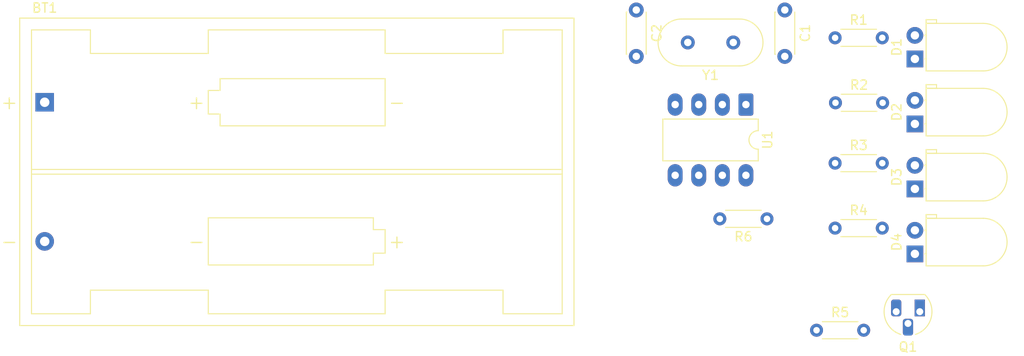
<source format=kicad_pcb>
(kicad_pcb (version 20241229) (generator "pcbnew") (generator_version "9.0")
  (layers (0 "F.Cu" signal) (2 "B.Cu" signal) (13 "F.Paste" user) (15 "B.Paste" user) (5 "F.SilkS" user "F.Silkscreen") (7 "B.SilkS" user "B.Silkscreen") (1 "F.Mask" user) (3 "B.Mask" user) (25 "Edge.Cuts" user))
  (net 0 "")
  (net 1 "Net-(BT1-+)")
  (net 2 "GND")
  (net 3 "Net-(U1-GP5)")
  (net 4 "Net-(U1-GP4)")
  (net 5 "Net-(D1-K)")
  (net 6 "Net-(D1-A)")
  (net 7 "Net-(D2-A)")
  (net 8 "Net-(D3-A)")
  (net 9 "Net-(D4-A)")
  (net 10 "Net-(Q1-B)")
  (net 11 "Net-(U1-GP0)")
  (footprint "Battery:BatteryHolder_Keystone_2462_2xAA" (layer "F.Cu") (at 82.27 68.94)
    (property "Reference" "BT1" (at 0 -10.16 180) (layer "F.SilkS"))
    (property "Value" "Battery")
    (fp_line (start -2.69 -9.065) (end -2.69 24.055) (stroke (width 0.12)) (layer "F.SilkS"))
    (fp_line (start -2.69 24.055) (end 57.02 24.055) (stroke (width 0.12)) (layer "F.SilkS"))
    (fp_line (start -1.42 -7.795) (end -1.42 22.785) (stroke (width 0.12)) (layer "F.SilkS"))
    (fp_line (start -1.42 7.241) (end 55.75 7.241) (stroke (width 0.12)) (layer "F.SilkS"))
    (fp_line (start -1.42 22.785) (end 4.925 22.785) (stroke (width 0.12)) (layer "F.SilkS"))
    (fp_line (start 4.925 -7.795) (end -1.42 -7.795) (stroke (width 0.12)) (layer "F.SilkS"))
    (fp_line (start 4.925 -5.255) (end 4.925 -7.795) (stroke (width 0.12)) (layer "F.SilkS"))
    (fp_line (start 4.925 -5.255) (end 17.625 -5.255) (stroke (width 0.12)) (layer "F.SilkS"))
    (fp_line (start 4.925 20.245) (end 17.625 20.245) (stroke (width 0.12)) (layer "F.SilkS"))
    (fp_line (start 4.925 22.785) (end 4.925 20.245) (stroke (width 0.12)) (layer "F.SilkS"))
    (fp_line (start 17.625 -7.795) (end 17.625 -5.255) (stroke (width 0.12)) (layer "F.SilkS"))
    (fp_line (start 17.625 -1.27) (end 18.895 -1.27) (stroke (width 0.12)) (layer "F.SilkS"))
    (fp_line (start 17.625 1.27) (end 17.625 -1.27) (stroke (width 0.12)) (layer "F.SilkS"))
    (fp_line (start 17.625 12.45) (end 35.405 12.45) (stroke (width 0.12)) (layer "F.SilkS"))
    (fp_line (start 17.625 17.53) (end 17.625 12.45) (stroke (width 0.12)) (layer "F.SilkS"))
    (fp_line (start 17.625 20.245) (end 17.625 22.785) (stroke (width 0.12)) (layer "F.SilkS"))
    (fp_line (start 17.625 22.785) (end 36.675 22.785) (stroke (width 0.12)) (layer "F.SilkS"))
    (fp_line (start 18.895 -2.54) (end 36.675 -2.54) (stroke (width 0.12)) (layer "F.SilkS"))
    (fp_line (start 18.895 -1.27) (end 18.895 -2.54) (stroke (width 0.12)) (layer "F.SilkS"))
    (fp_line (start 18.895 1.27) (end 17.625 1.27) (stroke (width 0.12)) (layer "F.SilkS"))
    (fp_line (start 18.895 2.54) (end 18.895 1.27) (stroke (width 0.12)) (layer "F.SilkS"))
    (fp_line (start 35.405 12.45) (end 35.405 13.72) (stroke (width 0.12)) (layer "F.SilkS"))
    (fp_line (start 35.405 13.72) (end 36.675 13.72) (stroke (width 0.12)) (layer "F.SilkS"))
    (fp_line (start 35.405 16.26) (end 35.405 17.53) (stroke (width 0.12)) (layer "F.SilkS"))
    (fp_line (start 35.405 17.53) (end 17.625 17.53) (stroke (width 0.12)) (layer "F.SilkS"))
    (fp_line (start 36.675 -7.795) (end 17.625 -7.795) (stroke (width 0.12)) (layer "F.SilkS"))
    (fp_line (start 36.675 -5.255) (end 36.675 -7.795) (stroke (width 0.12)) (layer "F.SilkS"))
    (fp_line (start 36.675 -2.54) (end 36.675 -1.27) (stroke (width 0.12)) (layer "F.SilkS"))
    (fp_line (start 36.675 -1.27) (end 36.675 2.54) (stroke (width 0.12)) (layer "F.SilkS"))
    (fp_line (start 36.675 2.54) (end 18.895 2.54) (stroke (width 0.12)) (layer "F.SilkS"))
    (fp_line (start 36.675 13.72) (end 36.675 16.26) (stroke (width 0.12)) (layer "F.SilkS"))
    (fp_line (start 36.675 16.26) (end 35.405 16.26) (stroke (width 0.12)) (layer "F.SilkS"))
    (fp_line (start 36.675 22.785) (end 36.675 20.245) (stroke (width 0.12)) (layer "F.SilkS"))
    (fp_line (start 49.375 -7.795) (end 49.375 -5.255) (stroke (width 0.12)) (layer "F.SilkS"))
    (fp_line (start 49.375 -5.255) (end 36.675 -5.255) (stroke (width 0.12)) (layer "F.SilkS"))
    (fp_line (start 49.375 20.245) (end 36.675 20.245) (stroke (width 0.12)) (layer "F.SilkS"))
    (fp_line (start 49.375 22.785) (end 49.375 20.245) (stroke (width 0.12)) (layer "F.SilkS"))
    (fp_line (start 55.75 -7.795) (end 49.375 -7.795) (stroke (width 0.12)) (layer "F.SilkS"))
    (fp_line (start 55.75 -7.795) (end 55.75 22.785) (stroke (width 0.12)) (layer "F.SilkS"))
    (fp_line (start 55.75 7.749) (end -1.42 7.749) (stroke (width 0.12)) (layer "F.SilkS"))
    (fp_line (start 55.75 22.785) (end 49.375 22.785) (stroke (width 0.12)) (layer "F.SilkS"))
    (fp_line (start 57.02 -9.065) (end -2.69 -9.065) (stroke (width 0.12)) (layer "F.SilkS"))
    (fp_line (start 57.02 24.055) (end 57.02 -9.065) (stroke (width 0.12)) (layer "F.SilkS"))
    (fp_text user "-" (at -3.81 14.99 0) (layer "F.SilkS") (effects (font (size 1.5 1.5))))
    (fp_text user "+" (at 16.355 0 0) (layer "F.SilkS") (effects (font (size 1.5 1.5))))
    (fp_text user "+" (at 37.945 14.99 0) (layer "F.SilkS") (effects (font (size 1.5 1.5))))
    (fp_text user "+" (at -3.81 0 0) (layer "F.SilkS") (effects (font (size 1.5 1.5))))
    (fp_text user "-" (at 16.355 14.99 0) (layer "F.SilkS") (effects (font (size 1.5 1.5))))
    (fp_text user "-" (at 37.945 0 0) (layer "F.SilkS") (effects (font (size 1.5 1.5))))
    (pad "" np_thru_hole circle (at 27.165 0) (size 3.3 3.3) (drill 3.3) (layers "*.Cu" "*.Mask"))
    (pad "" np_thru_hole circle (at 27.165 14.99) (size 3.3 3.3) (drill 3.3) (layers "*.Cu" "*.Mask"))
    (pad "1" thru_hole rect (at 0 0) (size 2 2) (drill 1.02) (layers "*.Cu" "*.Mask") (net 1 "Net-(BT1-+)"))
    (pad "2" thru_hole circle (at 0 14.99) (size 2 2) (drill 1.02) (layers "*.Cu" "*.Mask") (net 2 "GND"))
  )
  (footprint "Capacitor_THT:C_Disc_D4.3mm_W1.9mm_P5.00mm" (layer "F.Cu") (at 146 59 -90)
    (property "Reference" "C2" (at 2.5 -2.2 90) (layer "F.SilkS"))
    (property "Value" "C")
    (fp_line (start 0.23 1.07) (end 4.77 1.07) (stroke (width 0.12)) (layer "F.SilkS"))
    (fp_line (start 0.23 1.014) (end 0.23 1.07) (stroke (width 0.12)) (layer "F.SilkS"))
    (fp_line (start 4.77 1.014) (end 4.77 1.07) (stroke (width 0.12)) (layer "F.SilkS"))
    (fp_line (start 0.23 -1.07) (end 4.77 -1.07) (stroke (width 0.12)) (layer "F.SilkS"))
    (pad "1" thru_hole circle (at 0 0 270) (size 1.6 1.6) (drill 0.8) (layers "*.Cu" "*.Mask") (net 2 "GND"))
    (pad "2" thru_hole circle (at 5 0 270) (size 1.6 1.6) (drill 0.8) (layers "*.Cu" "*.Mask") (net 4 "Net-(U1-GP4)"))
  )
  (footprint "Resistor_THT:R_Axial_DIN0204_L3.6mm_D1.6mm_P5.08mm_Horizontal" (layer "F.Cu") (at 160.08 81.5 180)
    (property "Reference" "R6" (at 2.54 -1.92 0) (layer "F.SilkS"))
    (property "Value" "R")
    (fp_line (start 0.62 0.92) (end 4.46 0.92) (stroke (width 0.12)) (layer "F.SilkS"))
    (fp_line (start 0.62 -0.92) (end 4.46 -0.92) (stroke (width 0.12)) (layer "F.SilkS"))
    (pad "1" thru_hole circle (at 0 0 180) (size 1.4 1.4) (drill 0.7) (layers "*.Cu" "*.Mask") (net 2 "GND"))
    (pad "2" thru_hole oval (at 5.08 0 180) (size 1.4 1.4) (drill 0.7) (layers "*.Cu" "*.Mask") (net 11 "Net-(U1-GP0)"))
  )
  (footprint "Resistor_THT:R_Axial_DIN0204_L3.6mm_D1.6mm_P5.08mm_Horizontal" (layer "F.Cu") (at 167.42 62)
    (property "Reference" "R1" (at 2.54 -1.92 0) (layer "F.SilkS"))
    (property "Value" "R")
    (fp_line (start 0.62 -0.92) (end 4.46 -0.92) (stroke (width 0.12)) (layer "F.SilkS"))
    (fp_line (start 0.62 0.92) (end 4.46 0.92) (stroke (width 0.12)) (layer "F.SilkS"))
    (pad "1" thru_hole circle (at 0 0) (size 1.4 1.4) (drill 0.7) (layers "*.Cu" "*.Mask") (net 1 "Net-(BT1-+)"))
    (pad "2" thru_hole oval (at 5.08 0) (size 1.4 1.4) (drill 0.7) (layers "*.Cu" "*.Mask") (net 6 "Net-(D1-A)"))
  )
  (footprint "Resistor_THT:R_Axial_DIN0204_L3.6mm_D1.6mm_P5.08mm_Horizontal" (layer "F.Cu") (at 165.42 93.5)
    (property "Reference" "R5" (at 2.54 -1.92 0) (layer "F.SilkS"))
    (property "Value" "R")
    (fp_line (start 0.62 -0.92) (end 4.46 -0.92) (stroke (width 0.12)) (layer "F.SilkS"))
    (fp_line (start 0.62 0.92) (end 4.46 0.92) (stroke (width 0.12)) (layer "F.SilkS"))
    (pad "1" thru_hole circle (at 0 0) (size 1.4 1.4) (drill 0.7) (layers "*.Cu" "*.Mask") (net 11 "Net-(U1-GP0)"))
    (pad "2" thru_hole oval (at 5.08 0) (size 1.4 1.4) (drill 0.7) (layers "*.Cu" "*.Mask") (net 10 "Net-(Q1-B)"))
  )
  (footprint "Capacitor_THT:C_Disc_D4.3mm_W1.9mm_P5.00mm" (layer "F.Cu") (at 162 59 -90)
    (property "Reference" "C1" (at 2.5 -2.2 90) (layer "F.SilkS"))
    (property "Value" "C")
    (fp_line (start 0.23 1.07) (end 4.77 1.07) (stroke (width 0.12)) (layer "F.SilkS"))
    (fp_line (start 0.23 1.014) (end 0.23 1.07) (stroke (width 0.12)) (layer "F.SilkS"))
    (fp_line (start 4.77 1.014) (end 4.77 1.07) (stroke (width 0.12)) (layer "F.SilkS"))
    (fp_line (start 0.23 -1.07) (end 4.77 -1.07) (stroke (width 0.12)) (layer "F.SilkS"))
    (pad "1" thru_hole circle (at 0 0 270) (size 1.6 1.6) (drill 0.8) (layers "*.Cu" "*.Mask") (net 2 "GND"))
    (pad "2" thru_hole circle (at 5 0 270) (size 1.6 1.6) (drill 0.8) (layers "*.Cu" "*.Mask") (net 3 "Net-(U1-GP5)"))
  )
  (footprint "Resistor_THT:R_Axial_DIN0204_L3.6mm_D1.6mm_P5.08mm_Horizontal" (layer "F.Cu") (at 167.42 82.5)
    (property "Reference" "R4" (at 2.54 -1.92 0) (layer "F.SilkS"))
    (property "Value" "R")
    (fp_line (start 0.62 -0.92) (end 4.46 -0.92) (stroke (width 0.12)) (layer "F.SilkS"))
    (fp_line (start 0.62 0.92) (end 4.46 0.92) (stroke (width 0.12)) (layer "F.SilkS"))
    (pad "1" thru_hole circle (at 0 0) (size 1.4 1.4) (drill 0.7) (layers "*.Cu" "*.Mask") (net 1 "Net-(BT1-+)"))
    (pad "2" thru_hole oval (at 5.08 0) (size 1.4 1.4) (drill 0.7) (layers "*.Cu" "*.Mask") (net 9 "Net-(D4-A)"))
  )
  (footprint "Resistor_THT:R_Axial_DIN0204_L3.6mm_D1.6mm_P5.08mm_Horizontal" (layer "F.Cu") (at 167.42 75.5)
    (property "Reference" "R3" (at 2.54 -1.92 0) (layer "F.SilkS"))
    (property "Value" "R")
    (fp_line (start 0.62 -0.92) (end 4.46 -0.92) (stroke (width 0.12)) (layer "F.SilkS"))
    (fp_line (start 0.62 0.92) (end 4.46 0.92) (stroke (width 0.12)) (layer "F.SilkS"))
    (pad "1" thru_hole circle (at 0 0) (size 1.4 1.4) (drill 0.7) (layers "*.Cu" "*.Mask") (net 1 "Net-(BT1-+)"))
    (pad "2" thru_hole oval (at 5.08 0) (size 1.4 1.4) (drill 0.7) (layers "*.Cu" "*.Mask") (net 8 "Net-(D3-A)"))
  )
  (footprint "LED_THT:LED_D5.0mm_Horizontal_O1.27mm_Z3.0mm_Clear" (layer "F.Cu") (at 176.015 71.275 90)
    (property "Reference" "D2" (at 1.27 -1.96 90) (layer "F.SilkS"))
    (property "Value" "LED")
    (fp_line (start 2.54 1.08) (end 2.54 1.08) (stroke (width 0.12)) (layer "F.SilkS"))
    (fp_line (start 2.54 1.08) (end 2.54 1.21) (stroke (width 0.12)) (layer "F.SilkS"))
    (fp_line (start 0 1.08) (end 0 1.08) (stroke (width 0.12)) (layer "F.SilkS"))
    (fp_line (start 0 1.08) (end 0 1.21) (stroke (width 0.12)) (layer "F.SilkS"))
    (fp_line (start 4.23 1.21) (end 4.23 2.33) (stroke (width 0.12)) (layer "F.SilkS"))
    (fp_line (start 3.83 1.21) (end 4.23 1.21) (stroke (width 0.12)) (layer "F.SilkS"))
    (fp_line (start 3.83 1.21) (end 3.83 7.37) (stroke (width 0.12)) (layer "F.SilkS"))
    (fp_line (start 2.54 1.21) (end 2.54 1.08) (stroke (width 0.12)) (layer "F.SilkS"))
    (fp_line (start 2.54 1.21) (end 2.54 1.21) (stroke (width 0.12)) (layer "F.SilkS"))
    (fp_line (start 0 1.21) (end 0 1.08) (stroke (width 0.12)) (layer "F.SilkS"))
    (fp_line (start 0 1.21) (end 0 1.21) (stroke (width 0.12)) (layer "F.SilkS"))
    (fp_line (start -1.29 1.21) (end 3.83 1.21) (stroke (width 0.12)) (layer "F.SilkS"))
    (fp_line (start -1.29 1.21) (end -1.29 7.37) (stroke (width 0.12)) (layer "F.SilkS"))
    (fp_line (start 4.23 2.33) (end 3.83 2.33) (stroke (width 0.12)) (layer "F.SilkS"))
    (fp_line (start 3.83 2.33) (end 3.83 1.21) (stroke (width 0.12)) (layer "F.SilkS"))
    (fp_arc (start 3.83 7.37) (mid 1.27 9.93) (end -1.29 7.37) (stroke (width 0.12)) (layer "F.SilkS"))
    (pad "1" thru_hole rect (at 0 0 90) (size 1.8 1.8) (drill 0.9) (layers "*.Cu" "*.Mask") (net 5 "Net-(D1-K)"))
    (pad "2" thru_hole circle (at 2.54 0 90) (size 1.8 1.8) (drill 0.9) (layers "*.Cu" "*.Mask") (net 7 "Net-(D2-A)"))
  )
  (footprint "Package_DIP:DIP-8_W7.62mm_LongPads" (layer "F.Cu") (at 157.81 69.19 -90)
    (property "Reference" "U1" (at 3.81 -2.33 90) (layer "F.SilkS"))
    (property "Value" "PIC12F629-xP")
    (fp_line (start 1.56 8.95) (end 6.06 8.95) (stroke (width 0.12)) (layer "F.SilkS"))
    (fp_line (start 6.06 8.95) (end 6.06 -1.33) (stroke (width 0.12)) (layer "F.SilkS"))
    (fp_line (start 1.56 -1.33) (end 1.56 8.95) (stroke (width 0.12)) (layer "F.SilkS"))
    (fp_line (start 2.81 -1.33) (end 1.56 -1.33) (stroke (width 0.12)) (layer "F.SilkS"))
    (fp_line (start 6.06 -1.33) (end 4.81 -1.33) (stroke (width 0.12)) (layer "F.SilkS"))
    (fp_arc (start 4.81 -1.33) (mid 3.81 -0.33) (end 2.81 -1.33) (stroke (width 0.12)) (layer "F.SilkS"))
    (pad "1" thru_hole roundrect (at 0 0 270) (size 2.4 1.6) (drill 0.8) (layers "*.Cu" "*.Mask") (roundrect_rratio 0.15625) (net 1 "Net-(BT1-+)"))
    (pad "2" thru_hole oval (at 0 2.54 270) (size 2.4 1.6) (drill 0.8) (layers "*.Cu" "*.Mask") (net 3 "Net-(U1-GP5)"))
    (pad "3" thru_hole oval (at 0 5.08 270) (size 2.4 1.6) (drill 0.8) (layers "*.Cu" "*.Mask") (net 4 "Net-(U1-GP4)"))
    (pad "4" thru_hole oval (at 0 7.62 270) (size 2.4 1.6) (drill 0.8) (layers "*.Cu" "*.Mask"))
    (pad "5" thru_hole oval (at 7.62 7.62 270) (size 2.4 1.6) (drill 0.8) (layers "*.Cu" "*.Mask"))
    (pad "6" thru_hole oval (at 7.62 5.08 270) (size 2.4 1.6) (drill 0.8) (layers "*.Cu" "*.Mask"))
    (pad "7" thru_hole oval (at 7.62 2.54 270) (size 2.4 1.6) (drill 0.8) (layers "*.Cu" "*.Mask") (net 11 "Net-(U1-GP0)"))
    (pad "8" thru_hole oval (at 7.62 0 270) (size 2.4 1.6) (drill 0.8) (layers "*.Cu" "*.Mask") (net 2 "GND"))
  )
  (footprint "Resistor_THT:R_Axial_DIN0204_L3.6mm_D1.6mm_P5.08mm_Horizontal" (layer "F.Cu") (at 167.46 69)
    (property "Reference" "R2" (at 2.54 -1.92 0) (layer "F.SilkS"))
    (property "Value" "R")
    (fp_line (start 0.62 -0.92) (end 4.46 -0.92) (stroke (width 0.12)) (layer "F.SilkS"))
    (fp_line (start 0.62 0.92) (end 4.46 0.92) (stroke (width 0.12)) (layer "F.SilkS"))
    (pad "1" thru_hole circle (at 0 0) (size 1.4 1.4) (drill 0.7) (layers "*.Cu" "*.Mask") (net 1 "Net-(BT1-+)"))
    (pad "2" thru_hole oval (at 5.08 0) (size 1.4 1.4) (drill 0.7) (layers "*.Cu" "*.Mask") (net 7 "Net-(D2-A)"))
  )
  (footprint "LED_THT:LED_D5.0mm_Horizontal_O1.27mm_Z3.0mm_Clear" (layer "F.Cu") (at 176.015 85.275 90)
    (property "Reference" "D4" (at 1.27 -1.96 90) (layer "F.SilkS"))
    (property "Value" "LED")
    (fp_line (start 2.54 1.08) (end 2.54 1.08) (stroke (width 0.12)) (layer "F.SilkS"))
    (fp_line (start 2.54 1.08) (end 2.54 1.21) (stroke (width 0.12)) (layer "F.SilkS"))
    (fp_line (start 0 1.08) (end 0 1.08) (stroke (width 0.12)) (layer "F.SilkS"))
    (fp_line (start 0 1.08) (end 0 1.21) (stroke (width 0.12)) (layer "F.SilkS"))
    (fp_line (start 4.23 1.21) (end 4.23 2.33) (stroke (width 0.12)) (layer "F.SilkS"))
    (fp_line (start 3.83 1.21) (end 4.23 1.21) (stroke (width 0.12)) (layer "F.SilkS"))
    (fp_line (start 3.83 1.21) (end 3.83 7.37) (stroke (width 0.12)) (layer "F.SilkS"))
    (fp_line (start 2.54 1.21) (end 2.54 1.08) (stroke (width 0.12)) (layer "F.SilkS"))
    (fp_line (start 2.54 1.21) (end 2.54 1.21) (stroke (width 0.12)) (layer "F.SilkS"))
    (fp_line (start 0 1.21) (end 0 1.08) (stroke (width 0.12)) (layer "F.SilkS"))
    (fp_line (start 0 1.21) (end 0 1.21) (stroke (width 0.12)) (layer "F.SilkS"))
    (fp_line (start -1.29 1.21) (end 3.83 1.21) (stroke (width 0.12)) (layer "F.SilkS"))
    (fp_line (start -1.29 1.21) (end -1.29 7.37) (stroke (width 0.12)) (layer "F.SilkS"))
    (fp_line (start 4.23 2.33) (end 3.83 2.33) (stroke (width 0.12)) (layer "F.SilkS"))
    (fp_line (start 3.83 2.33) (end 3.83 1.21) (stroke (width 0.12)) (layer "F.SilkS"))
    (fp_arc (start 3.83 7.37) (mid 1.27 9.93) (end -1.29 7.37) (stroke (width 0.12)) (layer "F.SilkS"))
    (pad "1" thru_hole rect (at 0 0 90) (size 1.8 1.8) (drill 0.9) (layers "*.Cu" "*.Mask") (net 5 "Net-(D1-K)"))
    (pad "2" thru_hole circle (at 2.54 0 90) (size 1.8 1.8) (drill 0.9) (layers "*.Cu" "*.Mask") (net 9 "Net-(D4-A)"))
  )
  (footprint "LED_THT:LED_D5.0mm_Horizontal_O1.27mm_Z3.0mm_Clear" (layer "F.Cu") (at 176.015 78.275 90)
    (property "Reference" "D3" (at 1.27 -1.96 90) (layer "F.SilkS"))
    (property "Value" "LED")
    (fp_line (start 2.54 1.08) (end 2.54 1.08) (stroke (width 0.12)) (layer "F.SilkS"))
    (fp_line (start 2.54 1.08) (end 2.54 1.21) (stroke (width 0.12)) (layer "F.SilkS"))
    (fp_line (start 0 1.08) (end 0 1.08) (stroke (width 0.12)) (layer "F.SilkS"))
    (fp_line (start 0 1.08) (end 0 1.21) (stroke (width 0.12)) (layer "F.SilkS"))
    (fp_line (start 4.23 1.21) (end 4.23 2.33) (stroke (width 0.12)) (layer "F.SilkS"))
    (fp_line (start 3.83 1.21) (end 4.23 1.21) (stroke (width 0.12)) (layer "F.SilkS"))
    (fp_line (start 3.83 1.21) (end 3.83 7.37) (stroke (width 0.12)) (layer "F.SilkS"))
    (fp_line (start 2.54 1.21) (end 2.54 1.08) (stroke (width 0.12)) (layer "F.SilkS"))
    (fp_line (start 2.54 1.21) (end 2.54 1.21) (stroke (width 0.12)) (layer "F.SilkS"))
    (fp_line (start 0 1.21) (end 0 1.08) (stroke (width 0.12)) (layer "F.SilkS"))
    (fp_line (start 0 1.21) (end 0 1.21) (stroke (width 0.12)) (layer "F.SilkS"))
    (fp_line (start -1.29 1.21) (end 3.83 1.21) (stroke (width 0.12)) (layer "F.SilkS"))
    (fp_line (start -1.29 1.21) (end -1.29 7.37) (stroke (width 0.12)) (layer "F.SilkS"))
    (fp_line (start 4.23 2.33) (end 3.83 2.33) (stroke (width 0.12)) (layer "F.SilkS"))
    (fp_line (start 3.83 2.33) (end 3.83 1.21) (stroke (width 0.12)) (layer "F.SilkS"))
    (fp_arc (start 3.83 7.37) (mid 1.27 9.93) (end -1.29 7.37) (stroke (width 0.12)) (layer "F.SilkS"))
    (pad "1" thru_hole rect (at 0 0 90) (size 1.8 1.8) (drill 0.9) (layers "*.Cu" "*.Mask") (net 5 "Net-(D1-K)"))
    (pad "2" thru_hole circle (at 2.54 0 90) (size 1.8 1.8) (drill 0.9) (layers "*.Cu" "*.Mask") (net 8 "Net-(D3-A)"))
  )
  (footprint "LED_THT:LED_D5.0mm_Horizontal_O1.27mm_Z3.0mm_Clear" (layer "F.Cu") (at 176.015 64.275 90)
    (property "Reference" "D1" (at 1.27 -1.96 90) (layer "F.SilkS"))
    (property "Value" "LED")
    (fp_line (start 2.54 1.08) (end 2.54 1.08) (stroke (width 0.12)) (layer "F.SilkS"))
    (fp_line (start 2.54 1.08) (end 2.54 1.21) (stroke (width 0.12)) (layer "F.SilkS"))
    (fp_line (start 0 1.08) (end 0 1.08) (stroke (width 0.12)) (layer "F.SilkS"))
    (fp_line (start 0 1.08) (end 0 1.21) (stroke (width 0.12)) (layer "F.SilkS"))
    (fp_line (start 4.23 1.21) (end 4.23 2.33) (stroke (width 0.12)) (layer "F.SilkS"))
    (fp_line (start 3.83 1.21) (end 4.23 1.21) (stroke (width 0.12)) (layer "F.SilkS"))
    (fp_line (start 3.83 1.21) (end 3.83 7.37) (stroke (width 0.12)) (layer "F.SilkS"))
    (fp_line (start 2.54 1.21) (end 2.54 1.08) (stroke (width 0.12)) (layer "F.SilkS"))
    (fp_line (start 2.54 1.21) (end 2.54 1.21) (stroke (width 0.12)) (layer "F.SilkS"))
    (fp_line (start 0 1.21) (end 0 1.08) (stroke (width 0.12)) (layer "F.SilkS"))
    (fp_line (start 0 1.21) (end 0 1.21) (stroke (width 0.12)) (layer "F.SilkS"))
    (fp_line (start -1.29 1.21) (end 3.83 1.21) (stroke (width 0.12)) (layer "F.SilkS"))
    (fp_line (start -1.29 1.21) (end -1.29 7.37) (stroke (width 0.12)) (layer "F.SilkS"))
    (fp_line (start 4.23 2.33) (end 3.83 2.33) (stroke (width 0.12)) (layer "F.SilkS"))
    (fp_line (start 3.83 2.33) (end 3.83 1.21) (stroke (width 0.12)) (layer "F.SilkS"))
    (fp_arc (start 3.83 7.37) (mid 1.27 9.93) (end -1.29 7.37) (stroke (width 0.12)) (layer "F.SilkS"))
    (pad "1" thru_hole rect (at 0 0 90) (size 1.8 1.8) (drill 0.9) (layers "*.Cu" "*.Mask") (net 5 "Net-(D1-K)"))
    (pad "2" thru_hole circle (at 2.54 0 90) (size 1.8 1.8) (drill 0.9) (layers "*.Cu" "*.Mask") (net 6 "Net-(D1-A)"))
  )
  (footprint "Package_TO_SOT_THT:TO-92L_HandSolder" (layer "F.Cu") (at 176.54 91.5 180)
    (property "Reference" "Q1" (at 1.27 -3.8 0) (layer "F.SilkS"))
    (property "Value" "BC547")
    (fp_line (start -0.53 1.85) (end 3.07 1.85) (stroke (width 0.12)) (layer "F.SilkS"))
    (fp_arc (start 2.05 -2.45) (mid 3.769931 -0.601036) (end 3.078445 1.827684) (stroke (width 0.12)) (layer "F.SilkS"))
    (fp_arc (start -0.541453 1.842156) (mid -1.247298 -0.581475) (end 0.45 -2.45) (stroke (width 0.12)) (layer "F.SilkS"))
    (pad "1" thru_hole rect (at 0 0 180) (size 1.1 1.8) (drill 0.75 (offset 0 0.4)) (layers "*.Cu" "*.Mask") (net 5 "Net-(D1-K)"))
    (pad "2" thru_hole roundrect (at 1.27 -1.27 180) (size 1.1 1.8) (drill 0.75 (offset 0 -0.4)) (layers "*.Cu" "*.Mask") (net 10 "Net-(Q1-B)"))
    (pad "3" thru_hole roundrect (at 2.54 0 180) (size 1.1 1.8) (drill 0.75 (offset 0 0.4)) (layers "*.Cu" "*.Mask") (net 2 "GND"))
  )
  (footprint "Crystal:Crystal_HC18-U_Vertical" (layer "F.Cu") (at 156.45 62.5 180)
    (property "Reference" "Y1" (at 2.45 -3.525 0) (layer "F.SilkS"))
    (property "Value" "Crystal")
    (fp_line (start -0.675 2.525) (end 5.575 2.525) (stroke (width 0.12)) (layer "F.SilkS"))
    (fp_line (start -0.675 -2.525) (end 5.575 -2.525) (stroke (width 0.12)) (layer "F.SilkS"))
    (fp_arc (start 5.575 -2.525) (mid 8.1 0) (end 5.575 2.525) (stroke (width 0.12)) (layer "F.SilkS"))
    (fp_arc (start -0.675 2.525) (mid -3.2 0) (end -0.675 -2.525) (stroke (width 0.12)) (layer "F.SilkS"))
    (pad "1" thru_hole circle (at 0 0 180) (size 1.5 1.5) (drill 0.8) (layers "*.Cu" "*.Mask") (net 3 "Net-(U1-GP5)"))
    (pad "2" thru_hole circle (at 4.9 0 180) (size 1.5 1.5) (drill 0.8) (layers "*.Cu" "*.Mask") (net 4 "Net-(U1-GP4)"))
  )
)
</source>
